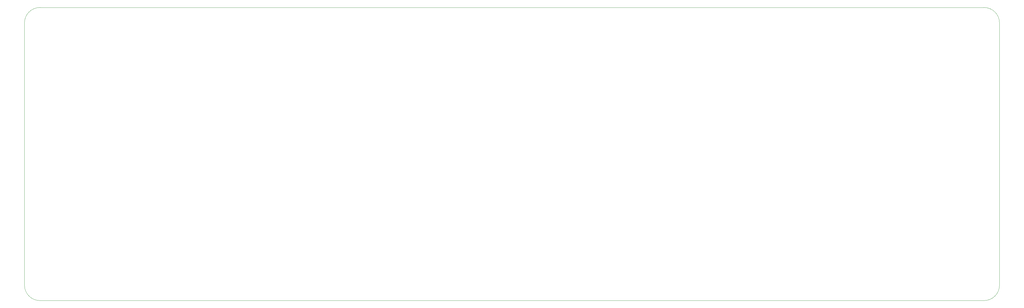
<source format=gm1>
G04 #@! TF.GenerationSoftware,KiCad,Pcbnew,(5.1.12)-1*
G04 #@! TF.CreationDate,2023-03-25T16:13:48+00:00*
G04 #@! TF.ProjectId,Keyboard,4b657962-6f61-4726-942e-6b696361645f,rev?*
G04 #@! TF.SameCoordinates,Original*
G04 #@! TF.FileFunction,Profile,NP*
%FSLAX46Y46*%
G04 Gerber Fmt 4.6, Leading zero omitted, Abs format (unit mm)*
G04 Created by KiCad (PCBNEW (5.1.12)-1) date 2023-03-25 16:13:48*
%MOMM*%
%LPD*%
G01*
G04 APERTURE LIST*
G04 #@! TA.AperFunction,Profile*
%ADD10C,0.050000*%
G04 #@! TD*
G04 APERTURE END LIST*
D10*
X370459000Y-166751000D02*
X370459000Y-81026000D01*
X370459000Y-166751000D02*
G75*
G02*
X365379000Y-171831000I-5080000J0D01*
G01*
X56769000Y-171831000D02*
X365379000Y-171831000D01*
X56769000Y-171831000D02*
G75*
G02*
X51689000Y-166751000I0J5080000D01*
G01*
X51689000Y-81026000D02*
X51689000Y-166751000D01*
X365379000Y-75946000D02*
G75*
G02*
X370459000Y-81026000I0J-5080000D01*
G01*
X56769000Y-75946000D02*
X365379000Y-75946000D01*
X51689000Y-81026000D02*
G75*
G02*
X56769000Y-75946000I5080000J0D01*
G01*
M02*

</source>
